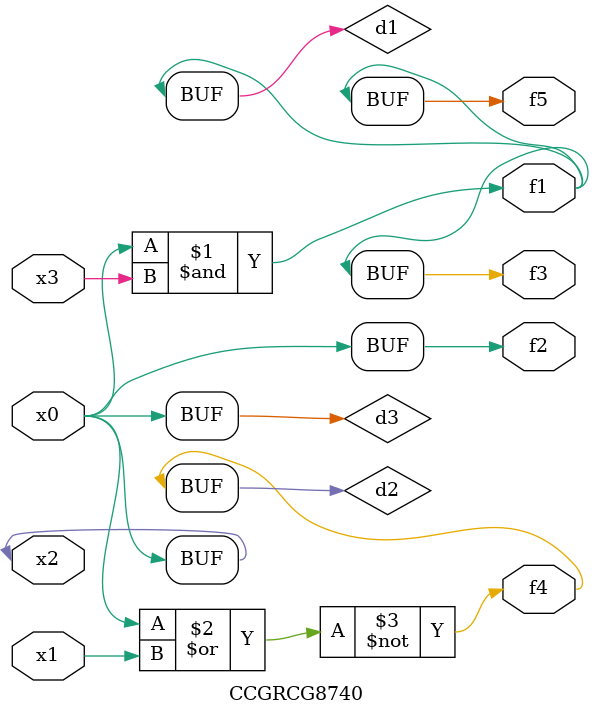
<source format=v>
module CCGRCG8740(
	input x0, x1, x2, x3,
	output f1, f2, f3, f4, f5
);

	wire d1, d2, d3;

	and (d1, x2, x3);
	nor (d2, x0, x1);
	buf (d3, x0, x2);
	assign f1 = d1;
	assign f2 = d3;
	assign f3 = d1;
	assign f4 = d2;
	assign f5 = d1;
endmodule

</source>
